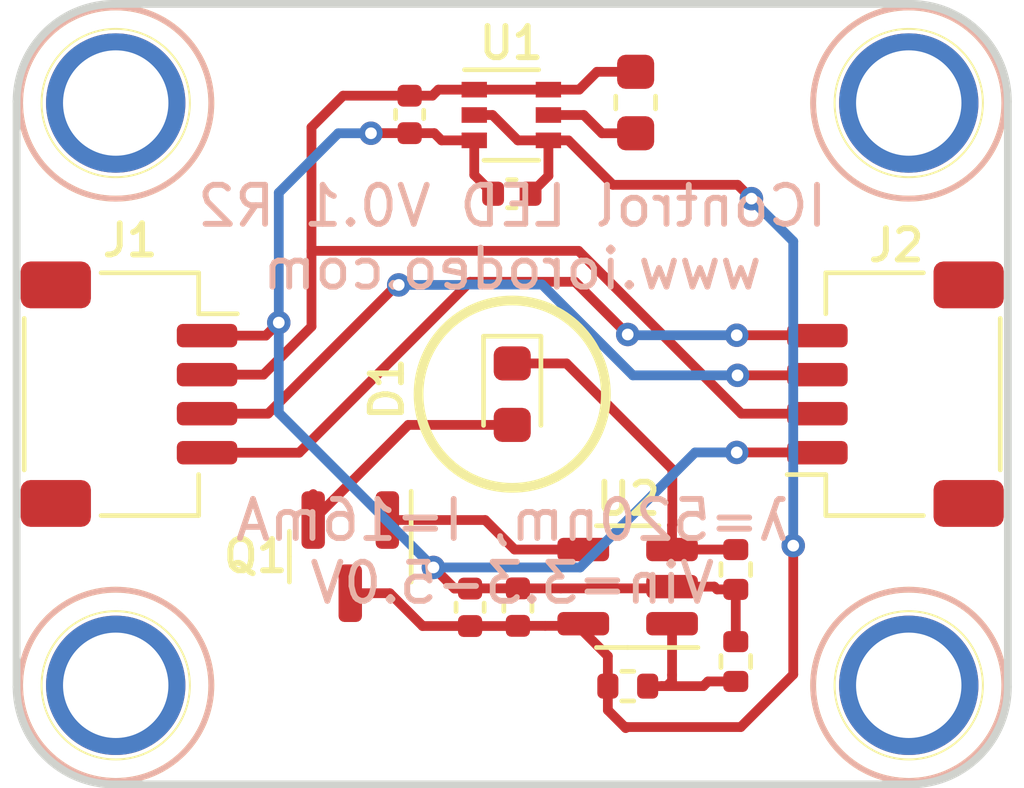
<source format=kicad_pcb>
(kicad_pcb (version 20221018) (generator pcbnew)
  (layers (0 "F.Cu" signal) (31 "B.Cu" signal) (34 "B.Paste" user) (35 "F.Paste" user) (36 "B.SilkS" user "B.Silkscreen") (37 "F.SilkS" user "F.Silkscreen") (38 "B.Mask" user) (39 "F.Mask" user) (44 "Edge.Cuts" user))
  (net 0 "")
  (net 1 "GND")
  (net 2 "/VIN")
  (net 3 "/VL")
  (net 4 "/SCL")
  (net 5 "/SDA")
  (net 6 "/5V")
  (net 7 "Net-(D1-K)")
  (net 8 "Net-(D1-A)")
  (net 9 "Net-(Q1-B)")
  (net 10 "/Vset")
  (footprint "custom_mount_hole:MountingHole_2.5mm_Pad" (layer "F.Cu") (at 52.54 52.54)
    (fp_text reference "M1" hide)
    (fp_text value "MountingHole_2.5mm_Pad" hide)
    (fp_circle (center 0 0) (end 2.45 0) (stroke (width 0.15)) (fill none) (layer "B.SilkS"))
    (fp_circle (center 0 0) (end 1.9 0) (stroke (width 0.05)) (fill none) (layer "F.SilkS"))
    (fp_circle (center 0 0) (end 2.45 0) (stroke (width 0.15)) (fill none) (layer "F.SilkS"))
    (pad "~" thru_hole circle (at 0 0) (size 3.57 3.57) (drill 2.7) (layers "*.Cu" "*.Mask"))
  )
  (footprint "custom_mount_hole:MountingHole_2.5mm_Pad" (layer "F.Cu") (at 72.86 52.54)
    (fp_text reference "M2" hide)
    (fp_text value "MountingHole_2.5mm_Pad" hide)
    (fp_circle (center 0 0) (end 2.45 0) (stroke (width 0.15)) (fill none) (layer "B.SilkS"))
    (fp_circle (center 0 0) (end 1.9 0) (stroke (width 0.05)) (fill none) (layer "F.SilkS"))
    (fp_circle (center 0 0) (end 2.45 0) (stroke (width 0.15)) (fill none) (layer "F.SilkS"))
    (pad "~" thru_hole circle (at 0 0) (size 3.57 3.57) (drill 2.7) (layers "*.Cu" "*.Mask"))
  )
  (footprint "custom_mount_hole:MountingHole_2.5mm_Pad" (layer "F.Cu") (at 72.86 67.46)
    (fp_text reference "M3" hide)
    (fp_text value "MountingHole_2.5mm_Pad" hide)
    (fp_circle (center 0 0) (end 2.45 0) (stroke (width 0.15)) (fill none) (layer "B.SilkS"))
    (fp_circle (center 0 0) (end 1.9 0) (stroke (width 0.05)) (fill none) (layer "F.SilkS"))
    (fp_circle (center 0 0) (end 2.45 0) (stroke (width 0.15)) (fill none) (layer "F.SilkS"))
    (pad "~" thru_hole circle (at 0 0) (size 3.57 3.57) (drill 2.7) (layers "*.Cu" "*.Mask"))
  )
  (footprint "custom_mount_hole:MountingHole_2.5mm_Pad" (layer "F.Cu") (at 52.54 67.46)
    (fp_text reference "M4" hide)
    (fp_text value "MountingHole_2.5mm_Pad" hide)
    (fp_circle (center 0 0) (end 2.45 0) (stroke (width 0.15)) (fill none) (layer "B.SilkS"))
    (fp_circle (center 0 0) (end 1.9 0) (stroke (width 0.05)) (fill none) (layer "F.SilkS"))
    (fp_circle (center 0 0) (end 2.45 0) (stroke (width 0.15)) (fill none) (layer "F.SilkS"))
    (pad "~" thru_hole circle (at 0 0) (size 3.57 3.57) (drill 2.7) (layers "*.Cu" "*.Mask"))
  )
  (footprint "LED_SMD:LED_0603_1608Metric" (layer "F.Cu") (at 62.7 60 -90)
    (fp_text reference "D1" (at -0.1322 3.2132 90) (layer "F.SilkS") (effects (font (size 0.8 0.8))))
    (fp_text value "LED" hide)
    (fp_line (start -1.485 -0.735) (end -1.485 0.735) (stroke (width 0.12)) (layer "F.SilkS"))
    (fp_line (start -1.485 0.735) (end 0.8 0.735) (stroke (width 0.12)) (layer "F.SilkS"))
    (fp_line (start 0.8 -0.735) (end -1.485 -0.735) (stroke (width 0.12)) (layer "F.SilkS"))
    (pad "1" smd roundrect (at -0.7875 0 270) (size 0.875 0.95) (layers "F.Cu" "F.Paste" "F.Mask") (net 7 "Net-(D1-K)"))
    (pad "2" smd roundrect (at 0.7875 0 270) (size 0.875 0.95) (layers "F.Cu" "F.Paste" "F.Mask") (net 8 "Net-(D1-A)"))
  )
  (footprint "JST_SH_SM04B_custom:JST_SH_SM04B-SRSS-TB_1x04-1MP_P1.00mm_Horizontal" (layer "F.Cu") (at 52.88 60 -90)
    (fp_text reference "J1" (at -3.9422 -0.0298) (layer "F.SilkS") (effects (font (size 0.8 0.8))))
    (fp_text value "Conn_01x04" hide)
    (fp_line (start -3.11 -1.785) (end -2.06 -1.785) (stroke (width 0.12)) (layer "F.SilkS"))
    (fp_line (start -3.11 0.715) (end -3.11 -1.785) (stroke (width 0.12)) (layer "F.SilkS"))
    (fp_line (start -2.06 -1.785) (end -2.06 -2.775) (stroke (width 0.12)) (layer "F.SilkS"))
    (fp_line (start -1.94 2.685) (end 1.94 2.685) (stroke (width 0.12)) (layer "F.SilkS"))
    (fp_line (start 3.11 -1.785) (end 2.06 -1.785) (stroke (width 0.12)) (layer "F.SilkS"))
    (fp_line (start 3.11 0.715) (end 3.11 -1.785) (stroke (width 0.12)) (layer "F.SilkS"))
    (pad "1" smd roundrect (at -1.5 -2 270) (size 0.6 1.55) (layers "F.Cu" "F.Paste" "F.Mask") (net 1 "GND"))
    (pad "2" smd roundrect (at -0.5 -2 270) (size 0.6 1.55) (layers "F.Cu" "F.Paste" "F.Mask") (net 2 "/VIN"))
    (pad "3" smd roundrect (at 0.5 -2 270) (size 0.6 1.55) (layers "F.Cu" "F.Paste" "F.Mask") (net 5 "/SDA"))
    (pad "4" smd roundrect (at 1.5 -2 270) (size 0.6 1.55) (layers "F.Cu" "F.Paste" "F.Mask") (net 4 "/SCL"))
    (pad "MP" smd roundrect (at -2.8 1.875 270) (size 1.2 1.8) (layers "F.Cu" "F.Paste" "F.Mask") (roundrect_rratio 0.2083333333))
    (pad "MP" smd roundrect (at 2.8 1.875 270) (size 1.2 1.8) (layers "F.Cu" "F.Paste" "F.Mask") (roundrect_rratio 0.2083333333))
  )
  (footprint "JST_SH_SM04B_custom:JST_SH_SM04B-SRSS-TB_1x04-1MP_P1.00mm_Horizontal" (layer "F.Cu") (at 72.52 60 90)
    (fp_text reference "J2" (at 3.8152 0.0208 180) (layer "F.SilkS") (effects (font (size 0.8 0.8))))
    (fp_text value "Conn_01x04" hide)
    (fp_line (start -3.11 -1.785) (end -2.06 -1.785) (stroke (width 0.12)) (layer "F.SilkS"))
    (fp_line (start -3.11 0.715) (end -3.11 -1.785) (stroke (width 0.12)) (layer "F.SilkS"))
    (fp_line (start -2.06 -1.785) (end -2.06 -2.775) (stroke (width 0.12)) (layer "F.SilkS"))
    (fp_line (start -1.94 2.685) (end 1.94 2.685) (stroke (width 0.12)) (layer "F.SilkS"))
    (fp_line (start 3.11 -1.785) (end 2.06 -1.785) (stroke (width 0.12)) (layer "F.SilkS"))
    (fp_line (start 3.11 0.715) (end 3.11 -1.785) (stroke (width 0.12)) (layer "F.SilkS"))
    (pad "1" smd roundrect (at -1.5 -2 90) (size 0.6 1.55) (layers "F.Cu" "F.Paste" "F.Mask") (net 1 "GND"))
    (pad "2" smd roundrect (at -0.5 -2 90) (size 0.6 1.55) (layers "F.Cu" "F.Paste" "F.Mask") (net 2 "/VIN"))
    (pad "3" smd roundrect (at 0.5 -2 90) (size 0.6 1.55) (layers "F.Cu" "F.Paste" "F.Mask") (net 5 "/SDA"))
    (pad "4" smd roundrect (at 1.5 -2 90) (size 0.6 1.55) (layers "F.Cu" "F.Paste" "F.Mask") (net 4 "/SCL"))
    (pad "MP" smd roundrect (at -2.8 1.875 90) (size 1.2 1.8) (layers "F.Cu" "F.Paste" "F.Mask") (roundrect_rratio 0.2083333333))
    (pad "MP" smd roundrect (at 2.8 1.875 90) (size 1.2 1.8) (layers "F.Cu" "F.Paste" "F.Mask") (roundrect_rratio 0.2083333333))
  )
  (footprint "Resistor_SMD:R_0402_1005Metric" (layer "F.Cu") (at 68.4276 64.4926 -90)
    (fp_text reference "R1" hide)
    (fp_text value "10" hide)
    (fp_line (start -0.153641 -0.38) (end 0.153641 -0.38) (stroke (width 0.12)) (layer "F.SilkS"))
    (fp_line (start -0.153641 0.38) (end 0.153641 0.38) (stroke (width 0.12)) (layer "F.SilkS"))
    (pad "1" smd roundrect (at -0.51 0 270) (size 0.54 0.64) (layers "F.Cu" "F.Paste" "F.Mask") (net 7 "Net-(D1-K)"))
    (pad "2" smd roundrect (at 0.51 0 270) (size 0.54 0.64) (layers "F.Cu" "F.Paste" "F.Mask") (net 1 "GND"))
  )
  (footprint "Package_TO_SOT_SMD:SOT-23-5" (layer "F.Cu") (at 65.6577 64.931 180)
    (fp_text reference "U2" (at -0.0125 2.25) (layer "F.SilkS") (effects (font (size 0.8 0.8) (thickness 0.15) bold)))
    (fp_text value "LMV321")
    (fp_line (start 0 -1.56) (end -1.8 -1.56) (stroke (width 0.12)) (layer "F.SilkS"))
    (fp_line (start 0 -1.56) (end 0.8 -1.56) (stroke (width 0.12)) (layer "F.SilkS"))
    (fp_line (start 0 1.56) (end -0.8 1.56) (stroke (width 0.12)) (layer "F.SilkS"))
    (fp_line (start 0 1.56) (end 0.8 1.56) (stroke (width 0.12)) (layer "F.SilkS"))
    (pad "1" smd roundrect (at -1.1375 -0.95 180) (size 1.325 0.6) (layers "F.Cu" "F.Paste" "F.Mask") (net 10 "/Vset"))
    (pad "2" smd roundrect (at -1.1375 0 180) (size 1.325 0.6) (layers "F.Cu" "F.Paste" "F.Mask") (net 1 "GND"))
    (pad "3" smd roundrect (at -1.1375 0.95 180) (size 1.325 0.6) (layers "F.Cu" "F.Paste" "F.Mask") (net 7 "Net-(D1-K)"))
    (pad "4" smd roundrect (at 1.1375 0.95 180) (size 1.325 0.6) (layers "F.Cu" "F.Paste" "F.Mask") (net 9 "Net-(Q1-B)"))
    (pad "5" smd roundrect (at 1.1375 -0.95 180) (size 1.325 0.6) (layers "F.Cu" "F.Paste" "F.Mask") (net 6 "/5V"))
  )
  (footprint "Capacitor_SMD:C_0402_1005Metric" (layer "F.Cu") (at 62.8452 65.456 90)
    (fp_text reference "C3" hide)
    (fp_text value "0.1uF" hide)
    (fp_line (start -0.107836 -0.36) (end 0.107836 -0.36) (stroke (width 0.12)) (layer "F.SilkS"))
    (fp_line (start -0.107836 0.36) (end 0.107836 0.36) (stroke (width 0.12)) (layer "F.SilkS"))
    (pad "1" smd roundrect (at -0.48 0 90) (size 0.56 0.62) (layers "F.Cu" "F.Paste" "F.Mask") (net 6 "/5V"))
    (pad "2" smd roundrect (at 0.48 0 90) (size 0.56 0.62) (layers "F.Cu" "F.Paste" "F.Mask") (net 1 "GND"))
  )
  (footprint "Resistor_SMD:R_0402_1005Metric" (layer "F.Cu") (at 68.4276 66.8508 90)
    (fp_text reference "R3" hide)
    (fp_text value "1k" hide)
    (fp_line (start -0.153641 -0.38) (end 0.153641 -0.38) (stroke (width 0.12)) (layer "F.SilkS"))
    (fp_line (start -0.153641 0.38) (end 0.153641 0.38) (stroke (width 0.12)) (layer "F.SilkS"))
    (pad "1" smd roundrect (at -0.51 0 90) (size 0.54 0.64) (layers "F.Cu" "F.Paste" "F.Mask") (net 10 "/Vset"))
    (pad "2" smd roundrect (at 0.51 0 90) (size 0.54 0.64) (layers "F.Cu" "F.Paste" "F.Mask") (net 1 "GND"))
  )
  (footprint "Inductor_SMD:L_0603_1608Metric" (layer "F.Cu") (at 65.8622 52.5272 -90)
    (fp_text reference "L1" hide)
    (fp_text value "4.7uF" hide)
    (fp_line (start -0.162779 -0.51) (end 0.162779 -0.51) (stroke (width 0.12)) (layer "F.SilkS"))
    (fp_line (start -0.162779 0.51) (end 0.162779 0.51) (stroke (width 0.12)) (layer "F.SilkS"))
    (pad "1" smd roundrect (at -0.7875 0 270) (size 0.875 0.95) (layers "F.Cu" "F.Paste" "F.Mask") (net 2 "/VIN"))
    (pad "2" smd roundrect (at 0.7875 0 270) (size 0.875 0.95) (layers "F.Cu" "F.Paste" "F.Mask") (net 3 "/VL"))
  )
  (footprint "Resistor_SMD:R_0402_1005Metric" (layer "F.Cu") (at 65.6602 67.481)
    (fp_text reference "R2" hide)
    (fp_text value "30k" hide)
    (fp_line (start -0.153641 -0.38) (end 0.153641 -0.38) (stroke (width 0.12)) (layer "F.SilkS"))
    (fp_line (start -0.153641 0.38) (end 0.153641 0.38) (stroke (width 0.12)) (layer "F.SilkS"))
    (pad "1" smd roundrect (at -0.51 0) (size 0.54 0.64) (layers "F.Cu" "F.Paste" "F.Mask") (net 6 "/5V"))
    (pad "2" smd roundrect (at 0.51 0) (size 0.54 0.64) (layers "F.Cu" "F.Paste" "F.Mask") (net 10 "/Vset"))
  )
  (footprint "Capacitor_SMD:C_0402_1005Metric" (layer "F.Cu") (at 60.071 52.832 90)
    (fp_text reference "C1" hide)
    (fp_text value "10uF" hide)
    (fp_line (start -0.107836 -0.36) (end 0.107836 -0.36) (stroke (width 0.12)) (layer "F.SilkS"))
    (fp_line (start -0.107836 0.36) (end 0.107836 0.36) (stroke (width 0.12)) (layer "F.SilkS"))
    (pad "1" smd roundrect (at -0.48 0 90) (size 0.56 0.62) (layers "F.Cu" "F.Paste" "F.Mask") (net 1 "GND"))
    (pad "2" smd roundrect (at 0.48 0 90) (size 0.56 0.62) (layers "F.Cu" "F.Paste" "F.Mask") (net 2 "/VIN"))
  )
  (footprint "Package_TO_SOT_SMD:SOT-363_SC-70-6" (layer "F.Cu") (at 62.677 52.847)
    (fp_text reference "U1" (at 0 -1.8438) (layer "F.SilkS") (effects (font (size 0.8 0.8))))
    (fp_text value "TPS61222DCK" hide)
    (fp_line (start -0.7 1.16) (end 0.7 1.16) (stroke (width 0.12)) (layer "F.SilkS"))
    (fp_line (start 0.7 -1.16) (end -1.2 -1.16) (stroke (width 0.12)) (layer "F.SilkS"))
    (pad "1" smd rect (at -0.95 -0.65) (size 0.65 0.4) (layers "F.Cu" "F.Paste" "F.Mask") (net 2 "/VIN"))
    (pad "2" smd rect (at -0.95 0) (size 0.65 0.4) (layers "F.Cu" "F.Paste" "F.Mask") (net 6 "/5V"))
    (pad "3" smd rect (at -0.95 0.65) (size 0.65 0.4) (layers "F.Cu" "F.Paste" "F.Mask") (net 1 "GND"))
    (pad "4" smd rect (at 0.95 0.65) (size 0.65 0.4) (layers "F.Cu" "F.Paste" "F.Mask") (net 6 "/5V"))
    (pad "5" smd rect (at 0.95 0) (size 0.65 0.4) (layers "F.Cu" "F.Paste" "F.Mask") (net 3 "/VL"))
    (pad "6" smd rect (at 0.95 -0.65) (size 0.65 0.4) (layers "F.Cu" "F.Paste" "F.Mask") (net 2 "/VIN"))
  )
  (footprint "Capacitor_SMD:C_0402_1005Metric" (layer "F.Cu") (at 61.6202 65.461 90)
    (fp_text reference "C4" hide)
    (fp_text value "10uF" hide)
    (fp_line (start -0.107836 -0.36) (end 0.107836 -0.36) (stroke (width 0.12)) (layer "F.SilkS"))
    (fp_line (start -0.107836 0.36) (end 0.107836 0.36) (stroke (width 0.12)) (layer "F.SilkS"))
    (pad "1" smd roundrect (at -0.48 0 90) (size 0.56 0.62) (layers "F.Cu" "F.Paste" "F.Mask") (net 6 "/5V"))
    (pad "2" smd roundrect (at 0.48 0 90) (size 0.56 0.62) (layers "F.Cu" "F.Paste" "F.Mask") (net 1 "GND"))
  )
  (footprint "Package_TO_SOT_SMD:SOT-23" (layer "F.Cu") (at 58.55 64.1625 -90)
    (fp_text reference "Q1" (at -0.0125 2.425 -180) (layer "F.SilkS") (effects (font (size 0.8 0.8) (thickness 0.15) bold)))
    (fp_text value "MMBT5551L" hide)
    (fp_line (start 0 -1.56) (end -1.675 -1.56) (stroke (width 0.12)) (layer "F.SilkS"))
    (fp_line (start 0 -1.56) (end 0.65 -1.56) (stroke (width 0.12)) (layer "F.SilkS"))
    (fp_line (start 0 1.56) (end -0.65 1.56) (stroke (width 0.12)) (layer "F.SilkS"))
    (fp_line (start 0 1.56) (end 0.65 1.56) (stroke (width 0.12)) (layer "F.SilkS"))
    (pad "1" smd roundrect (at -0.9375 -0.95 270) (size 1.475 0.6) (layers "F.Cu" "F.Paste" "F.Mask") (net 9 "Net-(Q1-B)"))
    (pad "2" smd roundrect (at -0.9375 0.95 270) (size 1.475 0.6) (layers "F.Cu" "F.Paste" "F.Mask") (net 8 "Net-(D1-A)"))
    (pad "3" smd roundrect (at 0.9375 0 270) (size 1.475 0.6) (layers "F.Cu" "F.Paste" "F.Mask") (net 6 "/5V"))
  )
  (footprint "Capacitor_SMD:C_0402_1005Metric" (layer "F.Cu") (at 62.6898 54.864)
    (fp_text reference "C2" hide)
    (fp_text value "10uF" hide)
    (fp_line (start -0.107836 -0.36) (end 0.107836 -0.36) (stroke (width 0.12)) (layer "F.SilkS"))
    (fp_line (start -0.107836 0.36) (end 0.107836 0.36) (stroke (width 0.12)) (layer "F.SilkS"))
    (pad "1" smd roundrect (at -0.48 0) (size 0.56 0.62) (layers "F.Cu" "F.Paste" "F.Mask") (net 1 "GND"))
    (pad "2" smd roundrect (at 0.48 0) (size 0.56 0.62) (layers "F.Cu" "F.Paste" "F.Mask") (net 6 "/5V"))
  )
  (gr_circle (center 62.7 60) (end 65.1 60) (stroke (width 0.25)) (fill none) (layer "F.SilkS"))
  (gr_arc (start 72.9 50) (mid 74.667767 50.732233) (end 75.4 52.5) (stroke (width 0.2)) (layer "Edge.Cuts"))
  (gr_arc (start 52.5 70) (mid 50.732233 69.267767) (end 50 67.5) (stroke (width 0.2)) (layer "Edge.Cuts"))
  (gr_line (start 52.5 50) (end 72.9 50) (stroke (width 0.2)) (layer "Edge.Cuts"))
  (gr_arc (start 50 52.5) (mid 50.732233 50.732233) (end 52.5 50) (stroke (width 0.2)) (layer "Edge.Cuts"))
  (gr_arc (start 75.4 67.5) (mid 74.667767 69.267767) (end 72.9 70) (stroke (width 0.2)) (layer "Edge.Cuts"))
  (gr_line (start 50 52.5) (end 50 67.5) (stroke (width 0.2)) (layer "Edge.Cuts"))
  (gr_line (start 52.5 70) (end 72.9 70) (stroke (width 0.2)) (layer "Edge.Cuts"))
  (gr_line (start 75.4 52.5) (end 75.4 67.5) (stroke (width 0.2)) (layer "Edge.Cuts"))
  (gr_text "IControl LED V0.1 R2\nwww.iorodeo.com\n\n\n\nλ=520nm, I=16mA\nVin=3.3-5.0V" (at 62.7 60.01) (layer "B.SilkS") (effects (font (size 1 1)) (justify mirror)))
  (segment (start 61.2218 64.981) (end 60.6806 64.4398) (width 0.25) (layer "F.Cu") (net 1))
  (segment (start 68.4276 65.0026) (end 68.4276 66.3408) (width 0.25) (layer "F.Cu") (net 1))
  (segment (start 60.071 53.312) (end 60.7034 53.312) (width 0.25) (layer "F.Cu") (net 1))
  (segment (start 60.7034 53.312) (end 60.8884 53.497) (width 0.25) (layer "F.Cu") (net 1))
  (segment (start 62.8452 64.976) (end 61.6252 64.976) (width 0.25) (layer "F.Cu") (net 1))
  (segment (start 68.4276 65.0026) (end 67.949 65.0026) (width 0.25) (layer "F.Cu") (net 1))
  (segment (start 70.3134 61.4934) (end 70.32 61.5) (width 0.25) (layer "F.Cu") (net 1))
  (segment (start 62.8452 64.976) (end 63.9452 64.976) (width 0.25) (layer "F.Cu") (net 1))
  (segment (start 67.949 65.0026) (end 67.8774 64.931) (width 0.25) (layer "F.Cu") (net 1))
  (segment (start 68.453 61.4934) (end 70.4134 61.4934) (width 0.25) (layer "F.Cu") (net 1))
  (segment (start 59.083 53.312) (end 59.0804 53.3146) (width 0.25) (layer "F.Cu") (net 1))
  (segment (start 56.3842 58.5) (end 54.98 58.5) (width 0.25) (layer "F.Cu") (net 1))
  (segment (start 70.4134 61.4934) (end 70.42 61.5) (width 0.25) (layer "F.Cu") (net 1))
  (segment (start 56.3842 58.5) (end 56.7182 58.166) (width 0.25) (layer "F.Cu") (net 1))
  (segment (start 70.7684 61.4934) (end 70.775 61.5) (width 0.25) (layer "F.Cu") (net 1))
  (segment (start 70.3634 61.4934) (end 70.37 61.5) (width 0.25) (layer "F.Cu") (net 1))
  (segment (start 61.727 54.3812) (end 62.2098 54.864) (width 0.25) (layer "F.Cu") (net 1))
  (segment (start 61.6202 64.981) (end 61.2218 64.981) (width 0.25) (layer "F.Cu") (net 1))
  (segment (start 66.7502 64.976) (end 66.7952 64.931) (width 0.25) (layer "F.Cu") (net 1))
  (segment (start 60.8884 53.497) (end 61.727 53.497) (width 0.25) (layer "F.Cu") (net 1))
  (segment (start 67.8774 64.931) (end 66.7952 64.931) (width 0.25) (layer "F.Cu") (net 1))
  (segment (start 60.071 53.312) (end 59.083 53.312) (width 0.25) (layer "F.Cu") (net 1))
  (segment (start 61.727 53.497) (end 61.727 54.3812) (width 0.25) (layer "F.Cu") (net 1))
  (segment (start 63.9452 64.976) (end 66.7502 64.976) (width 0.25) (layer "F.Cu") (net 1))
  (segment (start 61.6252 64.976) (end 61.6202 64.981) (width 0.25) (layer "F.Cu") (net 1))
  (via (at 60.6806 64.4398) (size 0.6) (drill 0.3) (layers "F.Cu" "B.Cu") (net 1))
  (via (at 56.7182 58.166) (size 0.6) (drill 0.3) (layers "F.Cu" "B.Cu") (net 1))
  (via (at 59.0804 53.3146) (size 0.6) (drill 0.3) (layers "F.Cu" "B.Cu") (net 1))
  (via (at 68.453 61.4934) (size 0.6) (drill 0.3) (layers "F.Cu" "B.Cu") (net 1))
  (segment (start 67.3862 61.4934) (end 68.453 61.4934) (width 0.25) (layer "B.Cu") (net 1))
  (segment (start 56.7182 54.8386) (end 58.2422 53.3146) (width 0.25) (layer "B.Cu") (net 1))
  (segment (start 60.6806 64.4398) (end 64.4398 64.4398) (width 0.25) (layer "B.Cu") (net 1))
  (segment (start 64.4398 64.4398) (end 67.3862 61.4934) (width 0.25) (layer "B.Cu") (net 1))
  (segment (start 56.7182 60.4774) (end 60.6806 64.4398) (width 0.25) (layer "B.Cu") (net 1))
  (segment (start 58.2422 53.3146) (end 59.0804 53.3146) (width 0.25) (layer "B.Cu") (net 1))
  (segment (start 56.7182 58.166) (end 56.7182 54.8386) (width 0.25) (layer "B.Cu") (net 1))
  (segment (start 56.7182 58.166) (end 56.7182 60.4774) (width 0.25) (layer "B.Cu") (net 1))
  (segment (start 60.6526 52.352) (end 60.8076 52.197) (width 0.25) (layer "F.Cu") (net 2))
  (segment (start 60.071 52.352) (end 60.6526 52.352) (width 0.25) (layer "F.Cu") (net 2))
  (segment (start 57.5564 53.1622) (end 58.3666 52.352) (width 0.25) (layer "F.Cu") (net 2))
  (segment (start 56.324 59.5) (end 57.5564 58.2676) (width 0.25) (layer "F.Cu") (net 2))
  (segment (start 64.8717 51.7397) (end 65.8622 51.7397) (width 0.25) (layer "F.Cu") (net 2))
  (segment (start 64.4144 52.197) (end 64.8717 51.7397) (width 0.25) (layer "F.Cu") (net 2))
  (segment (start 57.5564 56.3372) (end 57.5564 53.1622) (width 0.25) (layer "F.Cu") (net 2))
  (segment (start 57.5661 56.3275) (end 64.399584 56.3275) (width 0.25) (layer "F.Cu") (net 2))
  (segment (start 57.5564 58.2676) (end 57.5564 56.3372) (width 0.25) (layer "F.Cu") (net 2))
  (segment (start 63.627 52.197) (end 64.4144 52.197) (width 0.25) (layer "F.Cu") (net 2))
  (segment (start 57.5564 56.3372) (end 57.5661 56.3275) (width 0.25) (layer "F.Cu") (net 2))
  (segment (start 56.324 59.5) (end 54.98 59.5) (width 0.25) (layer "F.Cu") (net 2))
  (segment (start 58.3666 52.352) (end 60.071 52.352) (width 0.25) (layer "F.Cu") (net 2))
  (segment (start 64.399584 56.3275) (end 68.572084 60.5) (width 0.25) (layer "F.Cu") (net 2))
  (segment (start 68.572084 60.5) (end 70.42 60.5) (width 0.25) (layer "F.Cu") (net 2))
  (segment (start 61.727 52.197) (end 63.627 52.197) (width 0.25) (layer "F.Cu") (net 2))
  (segment (start 60.8076 52.197) (end 61.727 52.197) (width 0.25) (layer "F.Cu") (net 2))
  (segment (start 64.531 52.847) (end 63.627 52.847) (width 0.25) (layer "F.Cu") (net 3))
  (segment (start 65.8622 53.3147) (end 64.9987 53.3147) (width 0.25) (layer "F.Cu") (net 3))
  (segment (start 64.9987 53.3147) (end 64.531 52.847) (width 0.25) (layer "F.Cu") (net 3))
  (segment (start 57.24 61.5) (end 54.98 61.5) (width 0.25) (layer "F.Cu") (net 4))
  (segment (start 61.62 57.12) (end 57.24 61.5) (width 0.25) (layer "F.Cu") (net 4))
  (segment (start 68.453 58.49) (end 70.41 58.49) (width 0.25) (layer "F.Cu") (net 4))
  (segment (start 70.36 58.49) (end 70.37 58.5) (width 0.25) (layer "F.Cu") (net 4))
  (segment (start 70.41 58.49) (end 70.42 58.5) (width 0.25) (layer "F.Cu") (net 4))
  (segment (start 65.659 58.4708) (end 64.3082 57.12) (width 0.25) (layer "F.Cu") (net 4))
  (segment (start 70.31 58.49) (end 70.32 58.5) (width 0.25) (layer "F.Cu") (net 4))
  (segment (start 64.3082 57.12) (end 61.62 57.12) (width 0.25) (layer "F.Cu") (net 4))
  (via (at 68.453 58.49) (size 0.6) (drill 0.3) (layers "F.Cu" "B.Cu") (net 4))
  (via (at 65.659 58.4708) (size 0.6) (drill 0.3) (layers "F.Cu" "B.Cu") (net 4))
  (segment (start 68.453 58.49) (end 65.6782 58.49) (width 0.25) (layer "B.Cu") (net 4))
  (segment (start 65.6782 58.49) (end 65.659 58.4708) (width 0.25) (layer "B.Cu") (net 4))
  (segment (start 59.7916 57.2008) (end 59.7408 57.2008) (width 0.25) (layer "F.Cu") (net 5))
  (segment (start 68.472931 59.517669) (end 70.402331 59.517669) (width 0.25) (layer "F.Cu") (net 5))
  (segment (start 68.472931 59.517669) (end 68.4906 59.5) (width 0.25) (layer "F.Cu") (net 5))
  (segment (start 70.402331 59.517669) (end 70.42 59.5) (width 0.25) (layer "F.Cu") (net 5))
  (segment (start 59.7408 57.2008) (end 56.4416 60.5) (width 0.25) (layer "F.Cu") (net 5))
  (segment (start 56.4416 60.5) (end 54.98 60.5) (width 0.25) (layer "F.Cu") (net 5))
  (segment (start 68.472931 59.517669) (end 68.455262 59.5) (width 0.25) (layer "F.Cu") (net 5))
  (segment (start 70.352331 59.517669) (end 70.37 59.5) (width 0.25) (layer "F.Cu") (net 5))
  (via (at 59.7916 57.2008) (size 0.6) (drill 0.3) (layers "F.Cu" "B.Cu") (net 5))
  (via (at 68.472931 59.517669) (size 0.6) (drill 0.3) (layers "F.Cu" "B.Cu") (net 5))
  (segment (start 61.4492 57.2008) (end 59.7916 57.2008) (width 0.25) (layer "B.Cu") (net 5))
  (segment (start 68.472931 59.517669) (end 65.791469 59.517669) (width 0.25) (layer "B.Cu") (net 5))
  (segment (start 65.791469 59.517669) (end 63.4638 57.19) (width 0.25) (layer "B.Cu") (net 5))
  (segment (start 61.46 57.19) (end 61.4492 57.2008) (width 0.25) (layer "B.Cu") (net 5))
  (segment (start 63.4638 57.19) (end 61.46 57.19) (width 0.25) (layer "B.Cu") (net 5))
  (segment (start 63.627 54.4068) (end 63.1698 54.864) (width 0.25) (layer "F.Cu") (net 6))
  (segment (start 64.5202 65.881) (end 64.5202 66.081) (width 0.25) (layer "F.Cu") (net 6))
  (segment (start 62.8402 65.941) (end 62.8452 65.936) (width 0.25) (layer "F.Cu") (net 6))
  (segment (start 63.5452 65.936) (end 64.4652 65.936) (width 0.25) (layer "F.Cu") (net 6))
  (segment (start 61.6202 65.941) (end 60.4038 65.941) (width 0.25) (layer "F.Cu") (net 6))
  (segment (start 65.6082 68.5546) (end 65.1502 68.0966) (width 0.25) (layer "F.Cu") (net 6))
  (segment (start 58.55 65.1) (end 58.55 65.5858) (width 0.25) (layer "F.Cu") (net 6))
  (segment (start 62.8452 65.936) (end 63.5452 65.936) (width 0.25) (layer "F.Cu") (net 6))
  (segment (start 61.727 52.847) (end 62.1942 52.847) (width 0.25) (layer "F.Cu") (net 6))
  (segment (start 68.5546 68.5292) (end 65.6336 68.5292) (width 0.25) (layer "F.Cu") (net 6))
  (segment (start 65.1502 66.711) (end 65.1502 67.481) (width 0.25) (layer "F.Cu") (net 6))
  (segment (start 68.4754 54.6354) (end 68.83 54.99) (width 0.25) (layer "F.Cu") (net 6))
  (segment (start 63.627 53.497) (end 64.1396 53.497) (width 0.25) (layer "F.Cu") (net 6))
  (segment (start 65.278 54.6354) (end 68.4754 54.6354) (width 0.25) (layer "F.Cu") (net 6))
  (segment (start 62.1942 52.847) (end 62.8442 53.497) (width 0.25) (layer "F.Cu") (net 6))
  (segment (start 64.5202 66.081) (end 65.1502 66.711) (width 0.25) (layer "F.Cu") (net 6))
  (segment (start 61.6202 65.941) (end 62.8402 65.941) (width 0.25) (layer "F.Cu") (net 6))
  (segment (start 59.5628 65.1) (end 58.55 65.1) (width 0.25) (layer "F.Cu") (net 6))
  (segment (start 65.6336 68.5292) (end 65.6082 68.5546) (width 0.25) (layer "F.Cu") (net 6))
  (segment (start 63.627 53.497) (end 63.627 54.4068) (width 0.25) (layer "F.Cu") (net 6))
  (segment (start 64.1396 53.497) (end 65.278 54.6354) (width 0.25) (layer "F.Cu") (net 6))
  (segment (start 69.9008 67.183) (end 68.5546 68.5292) (width 0.25) (layer "F.Cu") (net 6))
  (segment (start 60.4038 65.941) (end 59.5628 65.1) (width 0.25) (layer "F.Cu") (net 6))
  (segment (start 69.9008 63.881) (end 69.9008 67.183) (width 0.25) (layer "F.Cu") (net 6))
  (segment (start 62.8442 53.497) (end 63.627 53.497) (width 0.25) (layer "F.Cu") (net 6))
  (segment (start 65.1502 68.0966) (end 65.1502 67.481) (width 0.25) (layer "F.Cu") (net 6))
  (segment (start 64.4652 65.936) (end 64.5202 65.881) (width 0.25) (layer "F.Cu") (net 6))
  (via (at 69.9008 63.881) (size 0.6) (drill 0.3) (layers "F.Cu" "B.Cu") (net 6))
  (via (at 68.83 54.99) (size 0.6) (drill 0.3) (layers "F.Cu" "B.Cu") (net 6))
  (segment (start 69.9008 56.0832) (end 68.83 55.0124) (width 0.25) (layer "B.Cu") (net 6))
  (segment (start 68.83 55.0124) (end 68.83 54.99) (width 0.25) (layer "B.Cu") (net 6))
  (segment (start 69.9008 63.881) (end 69.9008 56.0832) (width 0.25) (layer "B.Cu") (net 6))
  (segment (start 68.426 63.981) (end 68.4276 63.9826) (width 0.25) (layer "F.Cu") (net 7))
  (segment (start 66.802 61.9252) (end 66.802 63.3476) (width 0.25) (layer "F.Cu") (net 7))
  (segment (start 62.7 59.2125) (end 64.0893 59.2125) (width 0.25) (layer "F.Cu") (net 7))
  (segment (start 66.7952 63.981) (end 68.426 63.981) (width 0.25) (layer "F.Cu") (net 7))
  (segment (start 64.0893 59.2125) (end 66.802 61.9252) (width 0.25) (layer "F.Cu") (net 7))
  (segment (start 66.7952 63.3544) (end 66.7952 63.981) (width 0.25) (layer "F.Cu") (net 7))
  (segment (start 66.802 63.3476) (end 66.7952 63.3544) (width 0.25) (layer "F.Cu") (net 7))
  (segment (start 60.0375 60.7875) (end 62.7 60.7875) (width 0.25) (layer "F.Cu") (net 8))
  (segment (start 57.6 63.225) (end 57.6 62.56) (width 0.25) (layer "F.Cu") (net 8))
  (segment (start 57.6 63.225) (end 60.0375 60.7875) (width 0.25) (layer "F.Cu") (net 8))
  (segment (start 62.0058 63.225) (end 59.5 63.225) (width 0.25) (layer "F.Cu") (net 9))
  (segment (start 59.545 63.18) (end 59.5 63.225) (width 0.25) (layer "F.Cu") (net 9))
  (segment (start 64.5202 63.981) (end 62.7618 63.981) (width 0.25) (layer "F.Cu") (net 9))
  (segment (start 62.7618 63.981) (end 62.0058 63.225) (width 0.25) (layer "F.Cu") (net 9))
  (segment (start 66.7952 67.346) (end 66.6602 67.481) (width 0.25) (layer "F.Cu") (net 10))
  (segment (start 67.7164 67.3608) (end 68.4276 67.3608) (width 0.25) (layer "F.Cu") (net 10))
  (segment (start 66.7952 65.881) (end 66.7952 67.196) (width 0.25) (layer "F.Cu") (net 10))
  (segment (start 66.5226 67.481) (end 67.5962 67.481) (width 0.25) (layer "F.Cu") (net 10))
  (segment (start 66.5226 67.481) (end 66.1702 67.481) (width 0.25) (layer "F.Cu") (net 10))
  (segment (start 66.7952 67.196) (end 66.7952 67.346) (width 0.25) (layer "F.Cu") (net 10))
  (segment (start 66.6602 67.481) (end 66.5226 67.481) (width 0.25) (layer "F.Cu") (net 10))
  (segment (start 67.5962 67.481) (end 67.7164 67.3608) (width 0.25) (layer "F.Cu") (net 10))
)
</source>
